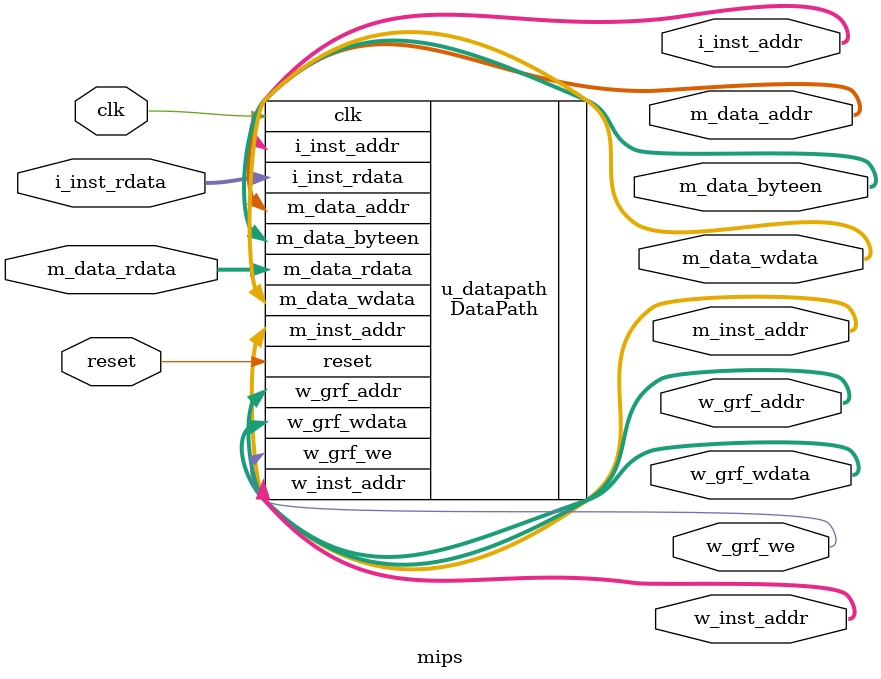
<source format=v>
`timescale 1ns / 1ps
`default_nettype none
module mips (
    input wire clk,
    input wire reset,
    input wire [31:0] i_inst_rdata,
    output wire [31:0] i_inst_addr,
    input wire [31:0] m_data_rdata,
    output wire [31:0] m_data_addr,
    output wire [31:0] m_data_wdata,
    output wire [3:0] m_data_byteen,
    output wire [31:0] m_inst_addr,
    output wire w_grf_we,
    output wire [4:0] w_grf_addr,
    output wire [31:0] w_grf_wdata,
    output wire [31:0] w_inst_addr
);
    DataPath u_datapath (
        .clk(clk),
        .reset(reset),
        .i_inst_rdata(i_inst_rdata),
        .i_inst_addr(i_inst_addr),
        .m_data_rdata(m_data_rdata),
        .m_data_addr(m_data_addr),
        .m_data_wdata(m_data_wdata),
        .m_data_byteen(m_data_byteen),
        .m_inst_addr(m_inst_addr),
        .w_grf_we(w_grf_we),
        .w_grf_addr(w_grf_addr),
        .w_grf_wdata(w_grf_wdata),
        .w_inst_addr(w_inst_addr)
    );

endmodule

</source>
